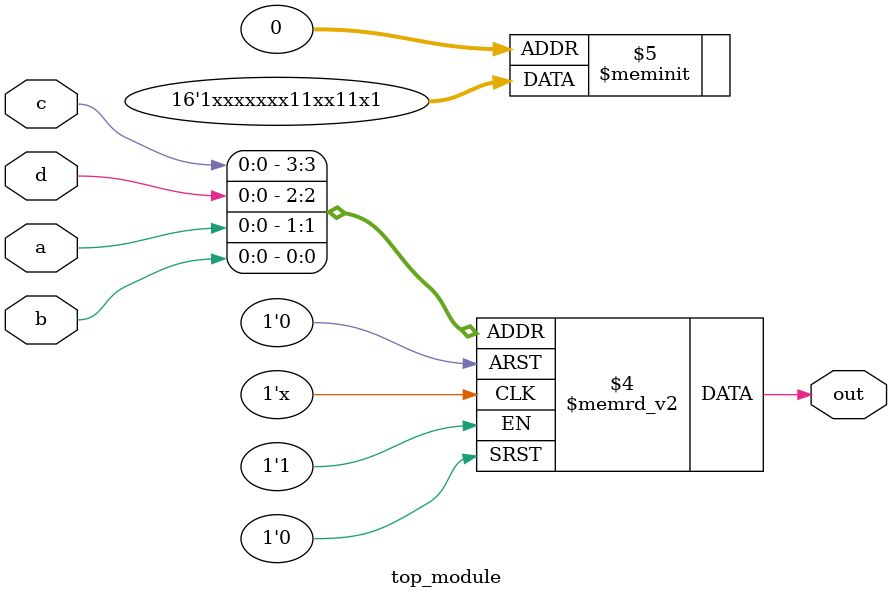
<source format=sv>
module top_module (
    input a, 
    input b,
    input c,
    input d,
    output reg out
);

    always @(*) begin
        case({c, d, a, b})
            4'b0000: out = 1'b1;
            4'b0001: out = 1'bx;  // Fix: Set output as don't care for 4'b0001 case
            4'b0010: out = 1'b1;
            4'b0011: out = 1'b1;
            4'b0100: out = 1'bx;  // Fix: Set output as don't care for 4'b0100 case
            4'b0101: out = 1'bx;  // Fix: Set output as don't care for 4'b0101 case
            4'b0110: out = 1'b1;
            4'b0111: out = 1'b1;
            4'b1000: out = 1'bx;  // Fix: Set output as don't care for 4'b1000 case
            4'b1001: out = 1'bx;  // Fix: Set output as don't care for 4'b1001 case
            4'b1010: out = 1'bx;  // Fix: Set output as don't care for 4'b1010 case
            4'b1011: out = 1'bx;  // Fix: Set output as don't care for 4'b1011 case
            4'b1100: out = 1'bx;  // Fix: Set output as don't care for 4'b1100 case
            4'b1101: out = 1'bx;  // Fix: Set output as don't care for 4'b1101 case
            4'b1110: out = 1'bx;  // Fix: Set output as don't care for 4'b1110 case
            4'b1111: out = 1'b1;
            default: out = 1'b0;
        endcase
    end

endmodule

</source>
